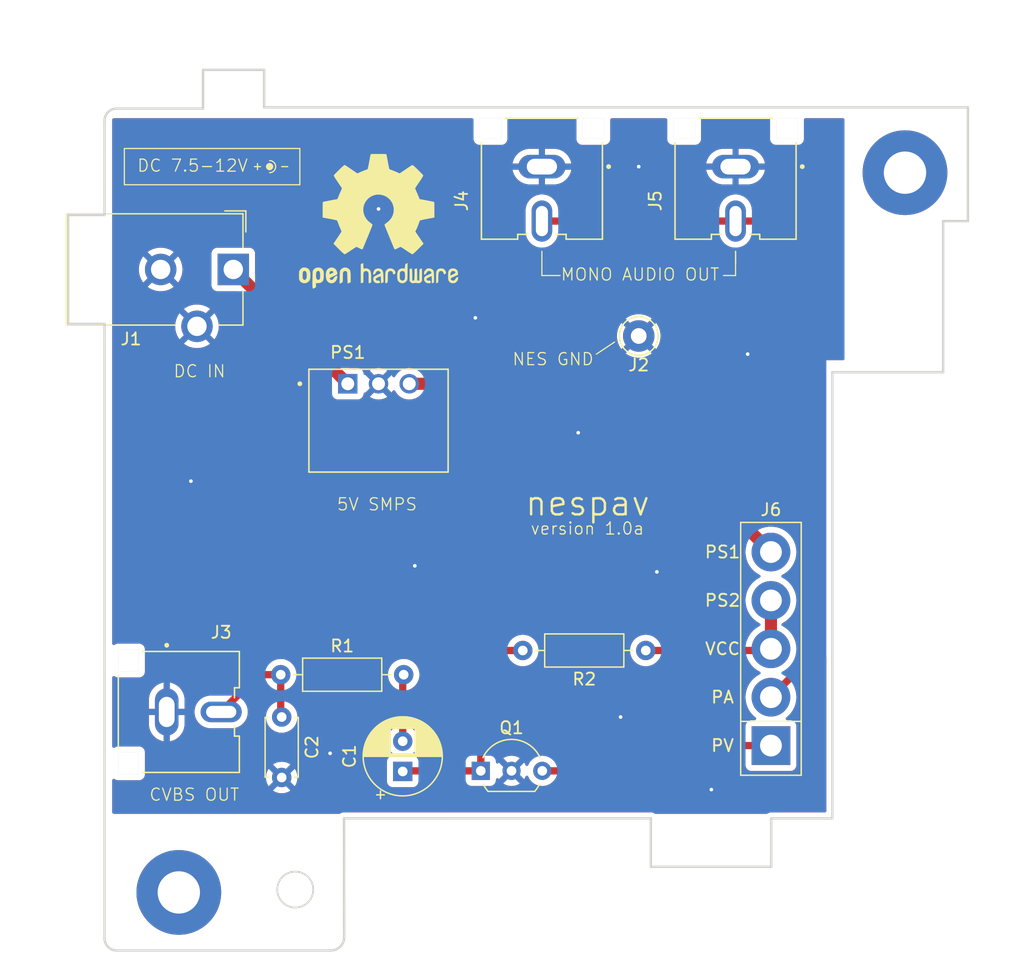
<source format=kicad_pcb>
(kicad_pcb (version 20240108) (generator "pcbnew") (generator_version "8.0")
  (layers (0 "F.Cu" signal) (31 "B.Cu" signal) (34 "B.Paste" user) (35 "F.Paste" user) (36 "B.SilkS" user "B.Silkscreen") (37 "F.SilkS" user "F.Silkscreen") (38 "B.Mask" user) (39 "F.Mask" user) (44 "Edge.Cuts" user))
  (net 0 "")
  (net 1 "Net-(Q1-E)")
  (net 2 "Net-(C1-Pad2)")
  (net 3 "GND")
  (net 4 "Net-(PS1-+VIN)")
  (net 5 "5V PWR")
  (net 6 "Video")
  (net 7 "Audio")
  (net 8 "+5V")
  (net 9 "CVBS")
  (footprint "Capacitor_THT:C_Disc_D4.7mm_W2.5mm_P5.00mm" (layer "F.Cu") (at 139.5 120.5 -90)
    (property "Reference" "C2" (at 2.5 -2.5 90) (layer "F.SilkS"))
    (property "Value" "560pF")
    (pad "1" thru_hole circle (at 0 0 270) (size 1.6 1.6) (drill 0.8) (layers "*.Cu" "*.Mask") (net 9 "CVBS"))
    (pad "2" thru_hole circle (at 5 0 270) (size 1.6 1.6) (drill 0.8) (layers "*.Cu" "*.Mask") (net 3 "GND"))
  )
  (footprint "Library:CUI_RCJ-044" (layer "F.Cu") (at 177 75 90)
    (property "Reference" "J5" (at -2.825 -6.635 90) (layer "F.SilkS"))
    (property "Value" "RCJ-042")
    (fp_line (start 4 -5.15) (end 2.3 -5.15) (stroke (width 0.01)) (layer "Edge.Cuts"))
    (fp_line (start 2.3 -5.15) (end 2.3 -3.35) (stroke (width 0.01)) (layer "Edge.Cuts"))
    (fp_line (start 4 -3.35) (end 4 -5.15) (stroke (width 0.01)) (layer "Edge.Cuts"))
    (fp_line (start 2.3 -3.35) (end 4 -3.35) (stroke (width 0.01)) (layer "Edge.Cuts"))
    (fp_line (start 4 3.35) (end 2.3 3.35) (stroke (width 0.01)) (layer "Edge.Cuts"))
    (fp_line (start 2.3 3.35) (end 2.3 5.15) (stroke (width 0.01)) (layer "Edge.Cuts"))
    (fp_line (start 4 5.15) (end 4 3.35) (stroke (width 0.01)) (layer "Edge.Cuts"))
    (fp_line (start 2.3 5.15) (end 4 5.15) (stroke (width 0.01)) (layer "Edge.Cuts"))
    (pad "1" thru_hole oval (at 0 0 90) (size 1.95 3.9) (drill oval 1.3 2.5) (layers "*.Cu" "*.Mask") (net 3 "GND"))
    (pad "2" thru_hole oval (at -4.5 0 90) (size 3.4 1.7) (drill oval 2.5 1) (layers "*.Cu" "*.Mask") (net 7 "Audio"))
  )
  (footprint "Resistor_THT:R_Axial_DIN0207_L6.3mm_D2.5mm_P10.16mm_Horizontal" (layer "F.Cu") (at 169.58 115 180)
    (property "Reference" "R2" (at 5.08 -2.37 0) (layer "F.SilkS"))
    (property "Value" "300R")
    (pad "1" thru_hole circle (at 0 0 180) (size 1.6 1.6) (drill 0.8) (layers "*.Cu" "*.Mask") (net 8 "+5V"))
    (pad "2" thru_hole oval (at 10.16 0 180) (size 1.6 1.6) (drill 0.8) (layers "*.Cu" "*.Mask") (net 1 "Net-(Q1-E)"))
  )
  (footprint "Library:CUI_RCJ-044" (layer "F.Cu") (at 130 120.079 180)
    (property "Reference" "J3" (at -4.5 6.579 0) (layer "F.SilkS"))
    (property "Value" "RCJ-044")
    (fp_line (start 4 5.15) (end 4 3.35) (stroke (width 0.01)) (layer "Edge.Cuts"))
    (fp_line (start 4 3.35) (end 2.3 3.35) (stroke (width 0.01)) (layer "Edge.Cuts"))
    (fp_line (start 4 -3.35) (end 4 -5.15) (stroke (width 0.01)) (layer "Edge.Cuts"))
    (fp_line (start 4 -5.15) (end 2.3 -5.15) (stroke (width 0.01)) (layer "Edge.Cuts"))
    (fp_line (start 2.3 5.15) (end 4 5.15) (stroke (width 0.01)) (layer "Edge.Cuts"))
    (fp_line (start 2.3 3.35) (end 2.3 5.15) (stroke (width 0.01)) (layer "Edge.Cuts"))
    (fp_line (start 2.3 -3.35) (end 4 -3.35) (stroke (width 0.01)) (layer "Edge.Cuts"))
    (fp_line (start 2.3 -5.15) (end 2.3 -3.35) (stroke (width 0.01)) (layer "Edge.Cuts"))
    (pad "1" thru_hole oval (at 0 0 180) (size 1.95 3.9) (drill oval 1.3 2.5) (layers "*.Cu" "*.Mask") (net 3 "GND"))
    (pad "2" thru_hole oval (at -4.5 0 180) (size 3.4 1.7) (drill oval 2.5 1) (layers "*.Cu" "*.Mask") (net 9 "CVBS"))
  )
  (footprint "MountingHole:MountingHole_3.5mm_Pad" (layer "F.Cu") (at 131 135)
    (property "Reference" "REF**" (hide yes))
    (property "Value" "MountingHole_3.5mm_Pad")
    (pad "1" thru_hole circle (at 0 0) (size 7 7) (drill 3.5) (layers "*.Cu" "*.Mask"))
  )
  (footprint "MountingHole:MountingHole_3.5mm_Pad" (layer "F.Cu") (at 191 75.5)
    (property "Reference" "REF**" (hide yes))
    (property "Value" "MountingHole_3.5mm_Pad")
    (pad "1" thru_hole circle (at 0 0) (size 7 7) (drill 3.5) (layers "*.Cu" "*.Mask"))
  )
  (footprint "Library:CUI_RCJ-044" (layer "F.Cu") (at 161 75 90)
    (property "Reference" "J4" (at -2.825 -6.635 90) (layer "F.SilkS"))
    (property "Value" "RCJ-043")
    (fp_line (start 4 -5.15) (end 2.3 -5.15) (stroke (width 0.01)) (layer "Edge.Cuts"))
    (fp_line (start 2.3 -5.15) (end 2.3 -3.35) (stroke (width 0.01)) (layer "Edge.Cuts"))
    (fp_line (start 4 -3.35) (end 4 -5.15) (stroke (width 0.01)) (layer "Edge.Cuts"))
    (fp_line (start 2.3 -3.35) (end 4 -3.35) (stroke (width 0.01)) (layer "Edge.Cuts"))
    (fp_line (start 4 3.35) (end 2.3 3.35) (stroke (width 0.01)) (layer "Edge.Cuts"))
    (fp_line (start 2.3 3.35) (end 2.3 5.15) (stroke (width 0.01)) (layer "Edge.Cuts"))
    (fp_line (start 4 5.15) (end 4 3.35) (stroke (width 0.01)) (layer "Edge.Cuts"))
    (fp_line (start 2.3 5.15) (end 4 5.15) (stroke (width 0.01)) (layer "Edge.Cuts"))
    (pad "1" thru_hole oval (at 0 0 90) (size 1.95 3.9) (drill oval 1.3 2.5) (layers "*.Cu" "*.Mask") (net 3 "GND"))
    (pad "2" thru_hole oval (at -4.5 0 90) (size 3.4 1.7) (drill oval 2.5 1) (layers "*.Cu" "*.Mask") (net 7 "Audio"))
  )
  (footprint "Package_TO_SOT_THT:TO-92L_Inline_Wide" (layer "F.Cu") (at 155.95 124.95)
    (property "Reference" "Q1" (at 2.54 -3.56 0) (layer "F.SilkS"))
    (property "Value" "KSA1015YTA")
    (pad "1" thru_hole rect (at 0 0) (size 1.5 1.5) (drill 0.8) (layers "*.Cu" "*.Mask") (net 1 "Net-(Q1-E)"))
    (pad "2" thru_hole circle (at 2.54 0) (size 1.5 1.5) (drill 0.8) (layers "*.Cu" "*.Mask") (net 3 "GND"))
    (pad "3" thru_hole circle (at 5.08 0) (size 1.5 1.5) (drill 0.8) (layers "*.Cu" "*.Mask") (net 6 "Video"))
  )
  (footprint "Library:RF_CONN_NES" (layer "F.Cu") (at 179.924 114.861)
    (property "Reference" "J6" (at 0 -11.5 0) (layer "F.SilkS"))
    (property "Value" "Conn_NES_RF")
    (fp_text user "PA" (at -4 4 0) (layer "F.SilkS"))
    (fp_text user "PS1" (at -4 -8 0) (layer "F.SilkS"))
    (fp_text user "VCC" (at -4 0 0) (layer "F.SilkS"))
    (fp_text user "PV" (at -4 8 0) (layer "F.SilkS"))
    (fp_text user "PS2" (at -4 -4 0) (layer "F.SilkS"))
    (pad "1" thru_hole rect (at 0 8 90) (size 3.2 3.2) (drill 1.8) (layers "*.Cu" "*.Mask") (net 6 "Video"))
    (pad "2" thru_hole circle (at 0 4 90) (size 3.2 3.2) (drill 1.8) (layers "*.Cu" "*.Mask") (net 7 "Audio"))
    (pad "3" thru_hole circle (at 0 0 90) (size 3.2 3.2) (drill 1.8) (layers "*.Cu" "*.Mask") (net 8 "+5V"))
    (pad "4" thru_hole circle (at 0 -4 90) (size 3.2 3.2) (drill 1.8) (layers "*.Cu" "*.Mask") (net 8 "+5V"))
    (pad "5" thru_hole circle (at 0 -8 90) (size 3.2 3.2) (drill 1.8) (layers "*.Cu" "*.Mask") (net 5 "5V PWR"))
  )
  (footprint "Symbol:OSHW-Logo2_14.6x12mm_SilkScreen" (layer "F.Cu") (at 147.5 79.5)
    (property "Reference" "REF**" (hide yes))
    (property "Value" "OSHW-Logo2_14.6x12mm_SilkScreen" (hide yes))
  )
  (footprint "Resistor_THT:R_Axial_DIN0207_L6.3mm_D2.5mm_P10.16mm_Horizontal" (layer "F.Cu") (at 139.42 117)
    (property "Reference" "R1" (at 5.08 -2.37 0) (layer "F.SilkS"))
    (property "Value" "110R")
    (pad "1" thru_hole circle (at 0 0) (size 1.6 1.6) (drill 0.8) (layers "*.Cu" "*.Mask") (net 9 "CVBS"))
    (pad "2" thru_hole oval (at 10.16 0) (size 1.6 1.6) (drill 0.8) (layers "*.Cu" "*.Mask") (net 2 "Net-(C1-Pad2)"))
  )
  (footprint "Connector_Pin:Pin_D1.3mm_L11.0mm" (layer "F.Cu") (at 169 89)
    (property "Reference" "J2" (at 0 2.4 0) (layer "F.SilkS"))
    (property "Value" "GND_Pad")
    (pad "1" thru_hole circle (at 0 0) (size 2.6 2.6) (drill 1.3) (layers "*.Cu" "*.Mask") (net 3 "GND"))
  )
  (footprint "Library:CONV_R-78K5.0-2.0" (layer "F.Cu") (at 147.5 96)
    (property "Reference" "PS1" (at -2.54 -5.635 0) (layer "F.SilkS"))
    (property "Value" "R-78K5.0-2.0")
    (pad "1" thru_hole rect (at -2.54 -3.05) (size 1.605 1.605) (drill 1.07) (layers "*.Cu" "*.Mask") (net 4 "Net-(PS1-+VIN)"))
    (pad "2" thru_hole circle (at 0 -3.05) (size 1.605 1.605) (drill 1.07) (layers "*.Cu" "*.Mask") (net 3 "GND"))
    (pad "3" thru_hole circle (at 2.54 -3.05) (size 1.605 1.605) (drill 1.07) (layers "*.Cu" "*.Mask") (net 5 "5V PWR"))
  )
  (footprint "Capacitor_THT:CP_Radial_D6.3mm_P2.50mm" (layer "F.Cu") (at 149.5 125 90)
    (property "Reference" "C1" (at 1.25 -4.4 90) (layer "F.SilkS"))
    (property "Value" "220uF")
    (pad "1" thru_hole rect (at 0 0 90) (size 1.6 1.6) (drill 0.8) (layers "*.Cu" "*.Mask") (net 1 "Net-(Q1-E)"))
    (pad "2" thru_hole circle (at 2.5 0 90) (size 1.6 1.6) (drill 0.8) (layers "*.Cu" "*.Mask") (net 2 "Net-(C1-Pad2)"))
  )
  (footprint "Connector_BarrelJack:BarrelJack_CUI_PJ-102AH_Horizontal" (layer "F.Cu") (at 135.5 83.5 -90)
    (property "Reference" "J1" (at 5.75 8.45 0) (layer "F.SilkS"))
    (property "Value" "PJ-102AH")
    (pad "1" thru_hole rect (at 0 0 270) (size 2.6 2.6) (drill 1.6) (layers "*.Cu" "*.Mask") (net 4 "Net-(PS1-+VIN)"))
    (pad "2" thru_hole circle (at 0 6 270) (size 2.6 2.6) (drill 1.6) (layers "*.Cu" "*.Mask") (net 3 "GND"))
    (pad "3" thru_hole circle (at 4.7 3 270) (size 2.6 2.6) (drill 1.6) (layers "*.Cu" "*.Mask") (net 3 "GND"))
  )
  (gr_line (start 165.5 90.5) (end 167 89.5) (stroke (width 0.1)) (layer "F.SilkS"))
  (gr_line (start 177 82) (end 177 83) (stroke (width 0.1)) (layer "F.SilkS"))
  (gr_line (start 161 84) (end 161 82) (stroke (width 0.1)) (layer "F.SilkS"))
  (gr_line (start 139.5 75) (end 140 75) (stroke (width 0.1)) (layer "F.SilkS"))
  (gr_rect (start 126.5 73.5) (end 141 76.5) (stroke (width 0.1)) (fill none) (layer "F.SilkS"))
  (gr_line (start 137.5 74.75) (end 137.5 75.25) (stroke (width 0.1)) (layer "F.SilkS"))
  (gr_arc (start 138.5 74.5) (mid 139 75) (end 138.5 75.5) (stroke (width 0.1)) (layer "F.SilkS"))
  (gr_line (start 176 84) (end 177 84) (stroke (width 0.1)) (layer "F.SilkS"))
  (gr_line (start 177 84) (end 177 82) (stroke (width 0.1)) (layer "F.SilkS"))
  (gr_line (start 137.75 75) (end 137.25 75) (stroke (width 0.1)) (layer "F.SilkS"))
  (gr_circle (center 138.5 75) (end 138.75 75) (stroke (width 0.1)) (fill solid) (layer "F.SilkS"))
  (gr_line (start 162.5 84) (end 161 84) (stroke (width 0.1)) (layer "F.SilkS"))
  (gr_line (start 179.95 128.88) (end 185 128.88) (stroke (width 0.2)) (layer "Edge.Cuts"))
  (gr_circle (center 140.62 134.7635) (end 142.107853 134.7635) (stroke (width 0.15)) (fill none) (layer "Edge.Cuts"))
  (gr_arc (start 125.8628 139.7984) (mid 125.155693 139.505507) (end 124.8628 138.7984) (stroke (width 0.2)) (layer "Edge.Cuts"))
  (gr_line (start 170 132.88) (end 179.95 132.88) (stroke (width 0.2)) (layer "Edge.Cuts"))
  (gr_arc (start 144.6628 138.6984) (mid 144.340617 139.476217) (end 143.5628 139.7984) (stroke (width 0.2)) (layer "Edge.Cuts"))
  (gr_line (start 133 67) (end 138.05 67) (stroke (width 0.2)) (layer "Edge.Cuts"))
  (gr_line (start 152.80625 128.88) (end 170 128.88) (stroke (width 0.2)) (layer "Edge.Cuts"))
  (gr_line (start 179.95 132.88) (end 179.95 128.88) (stroke (width 0.2)) (layer "Edge.Cuts"))
  (gr_line (start 185 92) (end 194.15 92) (stroke (width 0.2)) (layer "Edge.Cuts"))
  (gr_line (start 196.2 79.5) (end 196.2 70.1) (stroke (width 0.2)) (layer "Edge.Cuts"))
  (gr_line (start 121.85 88) (end 124.8628 87.9984) (stroke (width 0.2)) (layer "Edge.Cuts"))
  (gr_line (start 121.85 79) (end 124.8628 78.9984) (stroke (width 0.2)) (layer "Edge.Cuts"))
  (gr_line (start 124.8628 138.7984) (end 124.8628 87.9984) (stroke (width 0.2)) (layer "Edge.Cuts"))
  (gr_line (start 194.15 79.5) (end 196.2 79.5) (stroke (width 0.2)) (layer "Edge.Cuts"))
  (gr_line (start 138.05 70.1) (end 196.2 70.1) (stroke (width 0.2)) (layer "Edge.Cuts"))
  (gr_line (start 125.8628 139.7984) (end 143.5628 139.7984) (stroke (width 0.2)) (layer "Edge.Cuts"))
  (gr_line (start 194.15 92) (end 194.15 79.5) (stroke (width 0.2)) (layer "Edge.Cuts"))
  (gr_line (start 124.8628 71.1984) (end 124.8628 78.9984) (stroke (width 0.2)) (layer "Edge.Cuts"))
  (gr_line (start 125.8628 70.1984) (end 133 70.2) (stroke (width 0.2)) (layer "Edge.Cuts"))
  (gr_line (start 121.85 88) (end 121.85 79) (stroke (width 0.2)) (layer "Edge.Cuts"))
  (gr_line (start 170 132.88) (end 170 128.88) (stroke (width 0.2)) (layer "Edge.Cuts"))
  (gr_line (start 133 70.2) (end 133 67) (stroke (width 0.2)) (layer "Edge.Cuts"))
  (gr_line (start 185 128.88) (end 185 92) (stroke (width 0.2)) (layer "Edge.Cuts"))
  (gr_line (start 144.6628 138.6984) (end 144.65 128.88) (stroke (width 0.2)) (layer "Edge.Cuts"))
  (gr_line (start 138.05 70.1) (end 138.05 67) (stroke (width 0.2)) (layer "Edge.Cuts"))
  (gr_line (start 144.65 128.88) (end 152.80625 128.88) (stroke (width 0.2)) (layer "Edge.Cuts"))
  (gr_arc (start 124.8628 71.1984) (mid 125.155693 70.491293) (end 125.8628 70.1984) (stroke (width 0.2)) (layer "Edge.Cuts"))
  (gr_text "version 1.0a" (at 160 105.5 0) (layer "F.SilkS") (effects (font (size 1 1) (thickness 0.1)) (justify left bottom)))
  (gr_text "DC 7.5-12V" (at 127.5 75.5 0) (layer "F.SilkS") (effects (font (size 1 1) (thickness 0.1)) (justify left bottom)))
  (gr_text "NES GND" (at 158.5 91.5 0) (layer "F.SilkS") (effects (font (size 1 1) (thickness 0.1)) (justify left bottom)))
  (gr_text "DC IN" (at 130.5 92.5 0) (layer "F.SilkS") (effects (font (size 1 1) (thickness 0.1)) (justify left bottom)))
  (gr_text "MONO AUDIO OUT" (at 162.5 84.5 0) (layer "F.SilkS") (effects (font (size 1 1) (thickness 0.1)) (justify left bottom)))
  (gr_text "5V SMPS" (at 144 103.5 0) (layer "F.SilkS") (effects (font (size 1 1) (thickness 0.1)) (justify left bottom)))
  (gr_text "CVBS OUT" (at 128.5 127.5 0) (layer "F.SilkS") (effects (font (size 1 1) (thickness 0.1)) (justify left bottom)))
  (gr_text "nespav" (at 159.5 104 0) (layer "F.SilkS") (effects (font (size 2 2) (thickness 0.2)) (justify left bottom)))
  (segment (start 149.55 124.95) (end 149.5 125) (width 0.6) (layer "F.Cu") (net 1))
  (segment (start 155.95 116.55) (end 155.95 124.95) (width 0.6) (layer "F.Cu") (net 1))
  (segment (start 159.42 115) (end 157.5 115) (width 0.6) (layer "F.Cu") (net 1))
  (segment (start 155.95 124.95) (end 149.55 124.95) (width 0.6) (layer "F.Cu") (net 1))
  (segment (start 157.5 115) (end 155.95 116.55) (width 0.6) (layer "F.Cu") (net 1))
  (segment (start 149.5 122.5) (end 149.5 117.08) (width 0.6) (layer "F.Cu") (net 2))
  (segment (start 149.5 117.08) (end 149.58 117) (width 0.6) (layer "F.Cu") (net 2))
  (via (at 170.5 108.5) (size 0.6) (drill 0.3) (layers "F.Cu" "B.Cu") (net 3))
  (via (at 169 75) (size 0.6) (drill 0.3) (layers "F.Cu" "B.Cu") (net 3))
  (via (at 175 126.5) (size 0.6) (drill 0.3) (layers "F.Cu" "B.Cu") (net 3))
  (via (at 164 97) (size 0.6) (drill 0.3) (layers "F.Cu" "B.Cu") (net 3))
  (via (at 132 101) (size 0.6) (drill 0.3) (layers "F.Cu" "B.Cu") (net 3))
  (via (at 147.5 78.5) (size 0.6) (drill 0.3) (layers "F.Cu" "B.Cu") (net 3))
  (via (at 150.5 108) (size 0.6) (drill 0.3) (layers "F.Cu" "B.Cu") (net 3))
  (via (at 167.5 120.5) (size 0.6) (drill 0.3) (layers "F.Cu" "B.Cu") (net 3))
  (via (at 143.5 123.5) (size 0.6) (drill 0.3) (layers "F.Cu" "B.Cu") (net 3))
  (via (at 178 90.5) (size 0.6) (drill 0.3) (layers "F.Cu" "B.Cu") (net 3))
  (via (at 155.5 87.5) (size 0.6) (drill 0.3) (layers "F.Cu" "B.Cu") (net 3))
  (segment (start 135.5 83.5) (end 144.95 92.95) (width 1) (layer "F.Cu") (net 4))
  (segment (start 144.95 92.95) (end 144.96 92.95) (width 0.6) (layer "F.Cu") (net 4))
  (segment (start 150.04 92.95) (end 166.013 92.95) (width 1) (layer "F.Cu") (net 5))
  (segment (start 166.013 92.95) (end 179.924 106.861) (width 1) (layer "F.Cu") (net 5))
  (segment (start 173.139 122.861) (end 179.924 122.861) (width 0.6) (layer "F.Cu") (net 6))
  (segment (start 171.05 124.95) (end 173.139 122.861) (width 0.6) (layer "F.Cu") (net 6))
  (segment (start 161.03 124.95) (end 171.05 124.95) (width 0.6) (layer "F.Cu") (net 6))
  (segment (start 177 79.5) (end 161 79.5) (width 0.6) (layer "F.Cu") (net 7))
  (segment (start 183.5 115.285) (end 183.5 79.5) (width 0.6) (layer "F.Cu") (net 7))
  (segment (start 183.5 79.5) (end 177 79.5) (width 0.6) (layer "F.Cu") (net 7))
  (segment (start 179.924 118.861) (end 183.5 115.285) (width 0.6) (layer "F.Cu") (net 7))
  (segment (start 169.58 115) (end 179.785 115) (width 0.6) (layer "F.Cu") (net 8))
  (segment (start 179.924 114.861) (end 179.924 110.861) (width 1) (layer "F.Cu") (net 8))
  (segment (start 179.785 115) (end 179.924 114.861) (width 1) (layer "F.Cu") (net 8))
  (segment (start 137.579 117) (end 134.5 120.079) (width 0.6) (layer "F.Cu") (net 9))
  (segment (start 139.42 117) (end 139.42 120.42) (width 0.6) (layer "F.Cu") (net 9))
  (segment (start 139.42 117) (end 137.579 117) (width 0.6) (layer "F.Cu") (net 9))
  (segment (start 139.42 120.42) (end 139.5 120.5) (width 0.6) (layer "F.Cu") (net 9))
  (zone (net 3) (net_name "GND") (layer "F.Cu") (priority 1) (connect_pads (clearance 0.5)) (min_thickness 0.25) (fill yes (thermal_gap 0.5) (thermal_bridge_width 0.5))
    (polygon (pts (xy 125.5 71) (xy 186 71) (xy 186 91) (xy 184.5 91) (xy 184.5 128.5) (xy 125.5 128.5)))
  )
  (zone (net 3) (net_name "GND") (layer "B.Cu") (name "BGND") (connect_pads (clearance 0.5)) (min_thickness 0.25) (fill yes (thermal_gap 0.5) (thermal_bridge_width 0.5))
    (polygon (pts (xy 125.5 71) (xy 186 71) (xy 186 91) (xy 184.5 91) (xy 184.5 128.5) (xy 125.5 128.5)))
  )
)
</source>
